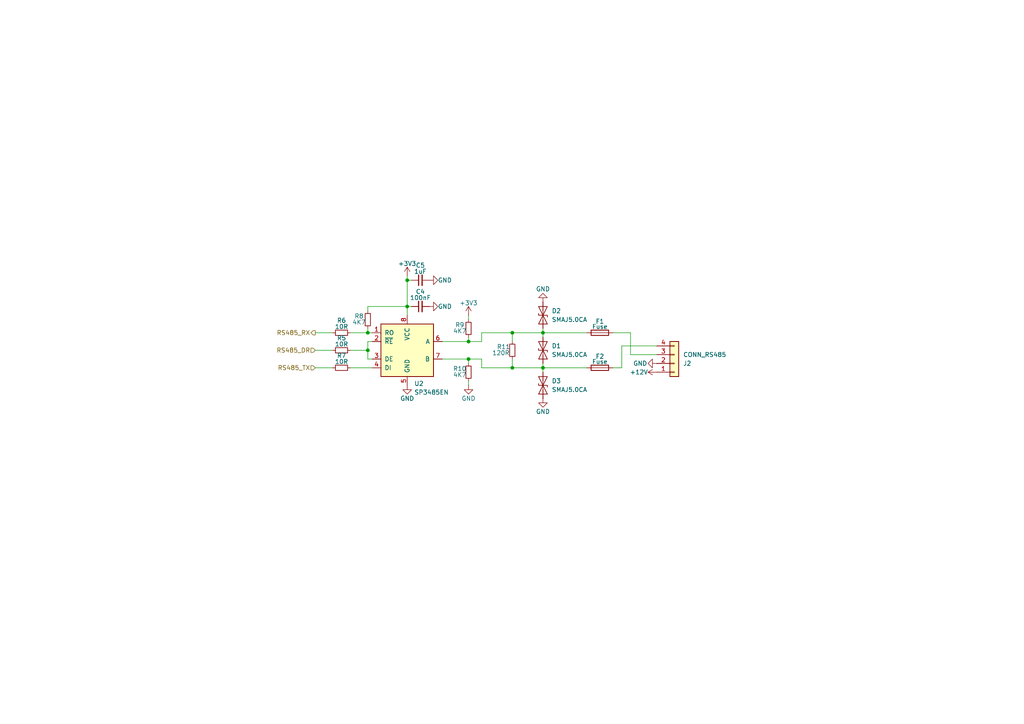
<source format=kicad_sch>
(kicad_sch (version 20231120) (generator "eeschema") (generator_version "8.0")
  (paper "A4")
  (lib_symbols
    (symbol "Connector_Generic:Conn_01x04" (pin_names (offset 1.016) hide)
      (property "Reference" "J" (at 0 5.08 0))
      (property "Value" "Conn_01x04" (at 0 -7.62 0))
      (symbol "Conn_01x04_1_1"
        (rectangle (start -1.27 -4.953) (end 0 -5.207) (stroke (width 0.1524)))
        (rectangle (start -1.27 -2.413) (end 0 -2.667) (stroke (width 0.1524)))
        (rectangle (start -1.27 0.127) (end 0 -0.127) (stroke (width 0.1524)))
        (rectangle (start -1.27 2.667) (end 0 2.413) (stroke (width 0.1524)))
        (rectangle (start -1.27 3.81) (end 1.27 -6.35) (stroke (width 0.254)) (fill (type background)))
        (pin passive line (at -5.08 2.54 0) (length 3.81) (name "Pin_1") (number "1"))
        (pin passive line (at -5.08 0 0) (length 3.81) (name "Pin_2") (number "2"))
        (pin passive line (at -5.08 -2.54 0) (length 3.81) (name "Pin_3") (number "3"))
        (pin passive line (at -5.08 -5.08 0) (length 3.81) (name "Pin_4") (number "4"))
      )
    )
    (symbol "Device:C_Small" (pin_numbers hide) (pin_names (offset 0.254) hide)
      (property "Reference" "C" (at 0.254 1.778 0))
      (property "Value" "C_Small" (at 0.254 -2.032 0))
      (symbol "C_Small_0_1"
        (polyline (pts (xy -1.524 -0.508) (xy 1.524 -0.508)) (stroke (width 0.3302)))
        (polyline (pts (xy -1.524 0.508) (xy 1.524 0.508)) (stroke (width 0.3048)))
      )
      (symbol "C_Small_1_1"
        (pin passive line (at 0 2.54 270) (length 2.032) (name "~") (number "1"))
        (pin passive line (at 0 -2.54 90) (length 2.032) (name "~") (number "2"))
      )
    )
    (symbol "Device:Fuse" (pin_numbers hide) (pin_names (offset 0))
      (property "Reference" "F" (at 2.032 0 90))
      (property "Value" "Fuse" (at -1.905 0 90))
      (symbol "Fuse_0_1"
        (rectangle (start -0.762 -2.54) (end 0.762 2.54) (stroke (width 0.254)))
        (polyline (pts (xy 0 2.54) (xy 0 -2.54)))
      )
      (symbol "Fuse_1_1"
        (pin passive line (at 0 3.81 270) (length 1.27) (name "~") (number "1"))
        (pin passive line (at 0 -3.81 90) (length 1.27) (name "~") (number "2"))
      )
    )
    (symbol "Device:R_Small" (pin_numbers hide) (pin_names (offset 0.254) hide)
      (property "Reference" "R" (at 0.762 0.508 0))
      (property "Value" "R_Small" (at 0.762 -1.016 0))
      (symbol "R_Small_0_1"
        (rectangle (start -0.762 1.778) (end 0.762 -1.778) (stroke (width 0.2032)))
      )
      (symbol "R_Small_1_1"
        (pin passive line (at 0 2.54 270) (length 0.762) (name "~") (number "1"))
        (pin passive line (at 0 -2.54 90) (length 0.762) (name "~") (number "2"))
      )
    )
    (symbol "Diode:SMAJ5.0CA" (pin_numbers hide) (pin_names (offset 1.016) hide)
      (property "Reference" "D" (at 0 2.54 0))
      (property "Value" "SMAJ5.0CA" (at 0 -2.54 0))
      (symbol "SMAJ5.0CA_0_1"
        (polyline (pts (xy 1.27 0) (xy -1.27 0)))
        (polyline (pts (xy -2.54 -1.27) (xy 0 0) (xy -2.54 1.27) (xy -2.54 -1.27)) (stroke (width 0.2032)))
        (polyline (pts (xy 0.508 1.27) (xy 0 1.27) (xy 0 -1.27) (xy -0.508 -1.27)) (stroke (width 0.2032)))
        (polyline (pts (xy 2.54 1.27) (xy 2.54 -1.27) (xy 0 0) (xy 2.54 1.27)) (stroke (width 0.2032)))
      )
      (symbol "SMAJ5.0CA_1_1"
        (pin passive line (at -3.81 0 0) (length 2.54) (name "A1") (number "1"))
        (pin passive line (at 3.81 0 180) (length 2.54) (name "A2") (number "2"))
      )
    )
    (symbol "Interface_UART:SP3485EN" (pin_names (offset 1.016))
      (property "Reference" "U" (at -7.62 8.89 0))
      (property "Value" "SP3485EN" (at 2.54 8.89 0))
      (symbol "SP3485EN_0_1"
        (rectangle (start -7.62 7.62) (end 7.62 -7.62) (stroke (width 0.254)) (fill (type background)))
      )
      (symbol "SP3485EN_1_1"
        (pin output line (at -10.16 5.08 0) (length 2.54) (name "RO") (number "1"))
        (pin input line (at -10.16 2.54 0) (length 2.54) (name "~{RE}") (number "2"))
        (pin input line (at -10.16 -2.54 0) (length 2.54) (name "DE") (number "3"))
        (pin input line (at -10.16 -5.08 0) (length 2.54) (name "DI") (number "4"))
        (pin power_in line (at 0 -10.16 90) (length 2.54) (name "GND") (number "5"))
        (pin bidirectional line (at 10.16 2.54 180) (length 2.54) (name "A") (number "6"))
        (pin bidirectional line (at 10.16 -2.54 180) (length 2.54) (name "B") (number "7"))
        (pin power_in line (at 0 10.16 270) (length 2.54) (name "VCC") (number "8"))
      )
    )
    (symbol "power:+12V" (power) (pin_numbers hide) (pin_names (offset 0) hide)
      (property "Value" "+12V" (at 0 3.556 0))
      (symbol "+12V_0_1"
        (polyline (pts (xy -0.762 1.27) (xy 0 2.54)))
        (polyline (pts (xy 0 0) (xy 0 2.54)))
        (polyline (pts (xy 0 2.54) (xy 0.762 1.27)))
      )
      (symbol "+12V_1_1"
        (pin power_in line (at 0 0 90) (length 0) (name "~") (number "1"))
      )
    )
    (symbol "power:+3V3" (power) (pin_numbers hide) (pin_names (offset 0) hide)
      (property "Value" "+3V3" (at 0 3.556 0))
      (symbol "+3V3_0_1"
        (polyline (pts (xy -0.762 1.27) (xy 0 2.54)))
        (polyline (pts (xy 0 0) (xy 0 2.54)))
        (polyline (pts (xy 0 2.54) (xy 0.762 1.27)))
      )
      (symbol "+3V3_1_1"
        (pin power_in line (at 0 0 90) (length 0) (name "~") (number "1"))
      )
    )
    (symbol "power:GND" (power) (pin_numbers hide) (pin_names (offset 0) hide)
      (property "Value" "GND" (at 0 -3.81 0))
      (symbol "GND_0_1"
        (polyline (pts (xy 0 0) (xy 0 -1.27) (xy 1.27 -1.27) (xy 0 -2.54) (xy -1.27 -1.27) (xy 0 -1.27)))
      )
      (symbol "GND_1_1"
        (pin power_in line (at 0 0 270) (length 0) (name "~") (number "1"))
      )
    )
  )
  (junction (at 148.59 106.68))
  (junction (at 135.89 104.14))
  (junction (at 106.68 101.6))
  (junction (at 135.89 99.06))
  (junction (at 118.11 88.9))
  (junction (at 118.11 81.28))
  (junction (at 157.48 106.68))
  (junction (at 106.68 96.52))
  (junction (at 157.48 96.52))
  (junction (at 148.59 96.52))
  (wire (pts (xy 135.89 99.06) (xy 135.89 97.79)))
  (wire (pts (xy 106.68 88.9) (xy 106.68 90.17)))
  (wire (pts (xy 101.6 106.68) (xy 107.95 106.68)))
  (wire (pts (xy 135.89 104.14) (xy 135.89 105.41)))
  (wire (pts (xy 157.48 105.41) (xy 157.48 106.68)))
  (wire (pts (xy 177.8 96.52) (xy 182.88 96.52)))
  (wire (pts (xy 107.95 99.06) (xy 106.68 99.06)))
  (wire (pts (xy 118.11 88.9) (xy 106.68 88.9)))
  (wire (pts (xy 106.68 95.25) (xy 106.68 96.52)))
  (wire (pts (xy 118.11 81.28) (xy 118.11 88.9)))
  (wire (pts (xy 119.38 81.28) (xy 118.11 81.28)))
  (wire (pts (xy 148.59 99.06) (xy 148.59 96.52)))
  (wire (pts (xy 139.7 99.06) (xy 135.89 99.06)))
  (wire (pts (xy 106.68 101.6) (xy 106.68 104.14)))
  (wire (pts (xy 139.7 106.68) (xy 148.59 106.68)))
  (wire (pts (xy 180.34 100.33) (xy 190.5 100.33)))
  (wire (pts (xy 135.89 104.14) (xy 139.7 104.14)))
  (wire (pts (xy 148.59 96.52) (xy 139.7 96.52)))
  (wire (pts (xy 157.48 106.68) (xy 148.59 106.68)))
  (wire (pts (xy 148.59 106.68) (xy 148.59 104.14)))
  (wire (pts (xy 106.68 99.06) (xy 106.68 101.6)))
  (wire (pts (xy 157.48 96.52) (xy 148.59 96.52)))
  (wire (pts (xy 180.34 100.33) (xy 180.34 106.68)))
  (wire (pts (xy 118.11 91.44) (xy 118.11 88.9)))
  (wire (pts (xy 139.7 96.52) (xy 139.7 99.06)))
  (wire (pts (xy 190.5 102.87) (xy 182.88 102.87)))
  (wire (pts (xy 157.48 106.68) (xy 157.48 107.95)))
  (wire (pts (xy 91.44 96.52) (xy 96.52 96.52)))
  (wire (pts (xy 157.48 95.25) (xy 157.48 96.52)))
  (wire (pts (xy 157.48 106.68) (xy 170.18 106.68)))
  (wire (pts (xy 157.48 96.52) (xy 170.18 96.52)))
  (wire (pts (xy 182.88 102.87) (xy 182.88 96.52)))
  (wire (pts (xy 91.44 106.68) (xy 96.52 106.68)))
  (wire (pts (xy 177.8 106.68) (xy 180.34 106.68)))
  (wire (pts (xy 101.6 101.6) (xy 106.68 101.6)))
  (wire (pts (xy 118.11 88.9) (xy 119.38 88.9)))
  (wire (pts (xy 139.7 104.14) (xy 139.7 106.68)))
  (wire (pts (xy 106.68 96.52) (xy 107.95 96.52)))
  (wire (pts (xy 91.44 101.6) (xy 96.52 101.6)))
  (wire (pts (xy 135.89 110.49) (xy 135.89 111.76)))
  (wire (pts (xy 135.89 91.44) (xy 135.89 92.71)))
  (wire (pts (xy 128.27 99.06) (xy 135.89 99.06)))
  (wire (pts (xy 106.68 104.14) (xy 107.95 104.14)))
  (wire (pts (xy 118.11 80.01) (xy 118.11 81.28)))
  (wire (pts (xy 157.48 97.79) (xy 157.48 96.52)))
  (wire (pts (xy 128.27 104.14) (xy 135.89 104.14)))
  (wire (pts (xy 101.6 96.52) (xy 106.68 96.52)))
  (hierarchical_label "RS485_RX" (shape output) (at 91.44 96.52 180))
  (hierarchical_label "RS485_TX" (shape input) (at 91.44 106.68 180))
  (hierarchical_label "RS485_DR" (shape input) (at 91.44 101.6 180))
  (symbol (lib_id "Diode:SMAJ5.0CA") (at 157.48 111.76 90) (unit 1)
    (property "Reference" "D3" (at 160.02 110.4899 90) (effects (justify right)))
    (property "Value" "SMAJ5.0CA" (at 160.02 113.0299 90) (effects (justify right)))
    (property "Footprint" "Footprints:D_SMA_TVS" (effects (hide yes)))
    (property "Datasheet" "https://www.littelfuse.com/media?resourcetype=datasheets&itemid=75e32973-b177-4ee3-a0ff-cedaf1abdb93&filename=smaj-datasheet" (effects (hide yes)))
    (property "Description" "400W bidirectional Transient Voltage Suppressor, 5.0Vr, SMA(DO-214AC)" (effects (hide yes)))
  )
  (symbol (lib_id "power:GND") (at 157.48 115.57 0) (unit 1)
    (property "Reference" "#PWR016" (effects (hide yes)))
    (property "Value" "GND" (at 157.48 119.38 0))
    (property "Description" "Power symbol creates a global label with name \"GND\" , ground" (effects (hide yes)))
  )
  (symbol (lib_id "Device:R_Small") (at 135.89 107.95 180) (unit 1)
    (property "Reference" "R10" (at 133.35 106.934 0))
    (property "Value" "4K7" (at 133.35 108.712 0))
    (property "Footprint" "Footprints:R_0603" (effects (hide yes)))
    (property "Description" "Resistor, small symbol" (effects (hide yes)))
  )
  (symbol (lib_id "Device:Fuse") (at 173.99 96.52 90) (unit 1)
    (property "Reference" "F1" (at 173.99 93.218 90))
    (property "Value" "Fuse" (at 173.99 94.742 90))
    (property "Footprint" "Footprints:F_1812" (effects (hide yes)))
    (property "Description" "Fuse" (effects (hide yes)))
  )
  (symbol (lib_id "power:GND") (at 124.46 88.9 90) (unit 1)
    (property "Reference" "#PWR011" (effects (hide yes)))
    (property "Value" "GND" (at 129.032 88.9 90))
    (property "Description" "Power symbol creates a global label with name \"GND\" , ground" (effects (hide yes)))
  )
  (symbol (lib_id "power:+3V3") (at 135.89 91.44 0) (unit 1)
    (property "Reference" "#PWR015" (effects (hide yes)))
    (property "Value" "+3V3" (at 135.89 87.884 0))
    (property "Description" "Power symbol creates a global label with name \"+3V3\"" (effects (hide yes)))
  )
  (symbol (lib_id "Device:R_Small") (at 135.89 95.25 180) (unit 1)
    (property "Reference" "R9" (at 133.35 94.234 0))
    (property "Value" "4K7" (at 133.35 96.012 0))
    (property "Footprint" "Footprints:R_0603" (effects (hide yes)))
    (property "Description" "Resistor, small symbol" (effects (hide yes)))
  )
  (symbol (lib_id "power:GND") (at 190.5 105.41 270) (unit 1)
    (property "Reference" "#PWR018" (effects (hide yes)))
    (property "Value" "GND" (at 185.674 105.41 90))
    (property "Description" "Power symbol creates a global label with name \"GND\" , ground" (effects (hide yes)))
  )
  (symbol (lib_id "Device:C_Small") (at 121.92 81.28 90) (unit 1)
    (property "Reference" "C5" (at 121.92 76.962 90))
    (property "Value" "1uF" (at 121.92 78.74 90))
    (property "Footprint" "Footprints:C_0603" (effects (hide yes)))
    (property "Description" "Unpolarized capacitor, small symbol" (effects (hide yes)))
  )
  (symbol (lib_id "Diode:SMAJ5.0CA") (at 157.48 101.6 90) (unit 1)
    (property "Reference" "D1" (at 160.02 100.3299 90) (effects (justify right)))
    (property "Value" "SMAJ5.0CA" (at 160.02 102.8699 90) (effects (justify right)))
    (property "Footprint" "Footprints:D_SMA_TVS" (effects (hide yes)))
    (property "Datasheet" "https://www.littelfuse.com/media?resourcetype=datasheets&itemid=75e32973-b177-4ee3-a0ff-cedaf1abdb93&filename=smaj-datasheet" (effects (hide yes)))
    (property "Description" "400W bidirectional Transient Voltage Suppressor, 5.0Vr, SMA(DO-214AC)" (effects (hide yes)))
  )
  (symbol (lib_id "Device:R_Small") (at 99.06 101.6 90) (unit 1)
    (property "Reference" "R5" (at 99.06 98.044 90))
    (property "Value" "10R" (at 99.06 99.822 90))
    (property "Footprint" "Footprints:R_0603" (effects (hide yes)))
    (property "Description" "Resistor, small symbol" (effects (hide yes)))
  )
  (symbol (lib_id "Connector_Generic:Conn_01x04") (at 195.58 105.41 0) (mirror x) (unit 1)
    (property "Reference" "J2" (at 198.12 105.4101 0) (effects (justify left)))
    (property "Value" "CONN_RS485" (at 198.12 102.8701 0) (effects (justify left)))
    (property "Footprint" "Connector_Phoenix_MC:PhoenixContact_MC_1,5_4-G-3.81_1x04_P3.81mm_Horizontal" (effects (hide yes)))
    (property "Description" "Generic connector, single row, 01x04, script generated (kicad-library-utils/schlib/autogen/connector/)" (effects (hide yes)))
  )
  (symbol (lib_id "Device:R_Small") (at 99.06 106.68 90) (unit 1)
    (property "Reference" "R7" (at 99.06 103.124 90))
    (property "Value" "10R" (at 99.06 104.902 90))
    (property "Footprint" "Footprints:R_0603" (effects (hide yes)))
    (property "Description" "Resistor, small symbol" (effects (hide yes)))
  )
  (symbol (lib_id "Diode:SMAJ5.0CA") (at 157.48 91.44 90) (unit 1)
    (property "Reference" "D2" (at 160.02 90.1699 90) (effects (justify right)))
    (property "Value" "SMAJ5.0CA" (at 160.02 92.7099 90) (effects (justify right)))
    (property "Footprint" "Footprints:D_SMA_TVS" (effects (hide yes)))
    (property "Datasheet" "https://www.littelfuse.com/media?resourcetype=datasheets&itemid=75e32973-b177-4ee3-a0ff-cedaf1abdb93&filename=smaj-datasheet" (effects (hide yes)))
    (property "Description" "400W bidirectional Transient Voltage Suppressor, 5.0Vr, SMA(DO-214AC)" (effects (hide yes)))
  )
  (symbol (lib_id "Device:R_Small") (at 99.06 96.52 90) (unit 1)
    (property "Reference" "R6" (at 99.06 92.964 90))
    (property "Value" "10R" (at 99.06 94.742 90))
    (property "Footprint" "Footprints:R_0603" (effects (hide yes)))
    (property "Description" "Resistor, small symbol" (effects (hide yes)))
  )
  (symbol (lib_id "power:+12V") (at 190.5 107.95 90) (unit 1)
    (property "Reference" "#PWR072" (effects (hide yes)))
    (property "Value" "+12V" (at 187.96 107.95 90) (effects (justify left)))
    (property "Description" "Power symbol creates a global label with name \"+12V\"" (effects (hide yes)))
  )
  (symbol (lib_id "Device:Fuse") (at 173.99 106.68 90) (unit 1)
    (property "Reference" "F2" (at 173.99 103.378 90))
    (property "Value" "Fuse" (at 173.99 104.902 90))
    (property "Footprint" "Footprints:F_1812" (effects (hide yes)))
    (property "Description" "Fuse" (effects (hide yes)))
  )
  (symbol (lib_id "Device:R_Small") (at 148.59 101.6 180) (unit 1)
    (property "Reference" "R11" (at 146.05 100.584 0))
    (property "Value" "120R" (at 145.288 102.362 0))
    (property "Footprint" "Footprints:R_0603" (effects (hide yes)))
    (property "Description" "Resistor, small symbol" (effects (hide yes)))
  )
  (symbol (lib_id "power:GND") (at 135.89 111.76 0) (unit 1)
    (property "Reference" "#PWR014" (effects (hide yes)))
    (property "Value" "GND" (at 135.89 115.57 0))
    (property "Description" "Power symbol creates a global label with name \"GND\" , ground" (effects (hide yes)))
  )
  (symbol (lib_id "Device:C_Small") (at 121.92 88.9 90) (unit 1)
    (property "Reference" "C4" (at 121.92 84.582 90))
    (property "Value" "100nF" (at 121.92 86.36 90))
    (property "Footprint" "Footprints:C_0603" (effects (hide yes)))
    (property "Description" "Unpolarized capacitor, small symbol" (effects (hide yes)))
  )
  (symbol (lib_id "power:GND") (at 124.46 81.28 90) (unit 1)
    (property "Reference" "#PWR012" (effects (hide yes)))
    (property "Value" "GND" (at 129.032 81.28 90))
    (property "Description" "Power symbol creates a global label with name \"GND\" , ground" (effects (hide yes)))
  )
  (symbol (lib_id "power:GND") (at 118.11 111.76 0) (unit 1)
    (property "Reference" "#PWR010" (effects (hide yes)))
    (property "Value" "GND" (at 118.11 115.57 0))
    (property "Description" "Power symbol creates a global label with name \"GND\" , ground" (effects (hide yes)))
  )
  (symbol (lib_id "power:+3V3") (at 118.11 80.01 0) (unit 1)
    (property "Reference" "#PWR013" (effects (hide yes)))
    (property "Value" "+3V3" (at 118.11 76.454 0))
    (property "Description" "Power symbol creates a global label with name \"+3V3\"" (effects (hide yes)))
  )
  (symbol (lib_id "Device:R_Small") (at 106.68 92.71 180) (unit 1)
    (property "Reference" "R8" (at 104.14 91.694 0))
    (property "Value" "4K7" (at 104.14 93.472 0))
    (property "Footprint" "Footprints:R_0603" (effects (hide yes)))
    (property "Description" "Resistor, small symbol" (effects (hide yes)))
  )
  (symbol (lib_id "power:GND") (at 157.48 87.63 180) (unit 1)
    (property "Reference" "#PWR017" (effects (hide yes)))
    (property "Value" "GND" (at 157.48 83.82 0))
    (property "Description" "Power symbol creates a global label with name \"GND\" , ground" (effects (hide yes)))
  )
  (symbol (lib_id "Interface_UART:SP3485EN") (at 118.11 101.6 0) (unit 1)
    (property "Reference" "U2" (at 120.142 111.252 0) (effects (justify left)))
    (property "Value" "SP3485EN" (at 120.142 113.792 0) (effects (justify left)))
    (property "Footprint" "Footprints:SOIC-8" (effects (hide yes)))
    (property "Datasheet" "http://www.icbase.com/pdf/SPX/SPX00480106.pdf" (effects (hide yes)))
    (property "Description" "Industrial 3.3V Low Power Half-Duplex RS-485 Transceiver 10Mbps, SOIC-8" (effects (hide yes)))
  )
)
</source>
